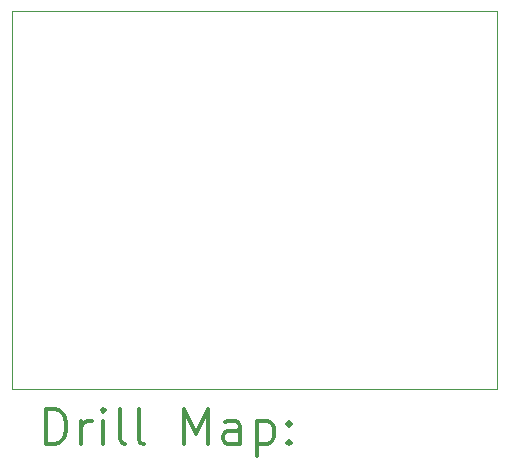
<source format=gbr>
%FSLAX45Y45*%
G04 Gerber Fmt 4.5, Leading zero omitted, Abs format (unit mm)*
G04 Created by KiCad (PCBNEW 5.1.10) date 2021-12-26 14:38:26*
%MOMM*%
%LPD*%
G01*
G04 APERTURE LIST*
%TA.AperFunction,Profile*%
%ADD10C,0.050000*%
%TD*%
%ADD11C,0.200000*%
%ADD12C,0.300000*%
G04 APERTURE END LIST*
D10*
X11800000Y-9300000D02*
X11800000Y-12500000D01*
X15900000Y-9300000D02*
X11800000Y-9300000D01*
X15900000Y-12500000D02*
X15900000Y-9300000D01*
X11800000Y-12500000D02*
X15900000Y-12500000D01*
D11*
D12*
X12083928Y-12968214D02*
X12083928Y-12668214D01*
X12155357Y-12668214D01*
X12198214Y-12682500D01*
X12226786Y-12711071D01*
X12241071Y-12739643D01*
X12255357Y-12796786D01*
X12255357Y-12839643D01*
X12241071Y-12896786D01*
X12226786Y-12925357D01*
X12198214Y-12953929D01*
X12155357Y-12968214D01*
X12083928Y-12968214D01*
X12383928Y-12968214D02*
X12383928Y-12768214D01*
X12383928Y-12825357D02*
X12398214Y-12796786D01*
X12412500Y-12782500D01*
X12441071Y-12768214D01*
X12469643Y-12768214D01*
X12569643Y-12968214D02*
X12569643Y-12768214D01*
X12569643Y-12668214D02*
X12555357Y-12682500D01*
X12569643Y-12696786D01*
X12583928Y-12682500D01*
X12569643Y-12668214D01*
X12569643Y-12696786D01*
X12755357Y-12968214D02*
X12726786Y-12953929D01*
X12712500Y-12925357D01*
X12712500Y-12668214D01*
X12912500Y-12968214D02*
X12883928Y-12953929D01*
X12869643Y-12925357D01*
X12869643Y-12668214D01*
X13255357Y-12968214D02*
X13255357Y-12668214D01*
X13355357Y-12882500D01*
X13455357Y-12668214D01*
X13455357Y-12968214D01*
X13726786Y-12968214D02*
X13726786Y-12811071D01*
X13712500Y-12782500D01*
X13683928Y-12768214D01*
X13626786Y-12768214D01*
X13598214Y-12782500D01*
X13726786Y-12953929D02*
X13698214Y-12968214D01*
X13626786Y-12968214D01*
X13598214Y-12953929D01*
X13583928Y-12925357D01*
X13583928Y-12896786D01*
X13598214Y-12868214D01*
X13626786Y-12853929D01*
X13698214Y-12853929D01*
X13726786Y-12839643D01*
X13869643Y-12768214D02*
X13869643Y-13068214D01*
X13869643Y-12782500D02*
X13898214Y-12768214D01*
X13955357Y-12768214D01*
X13983928Y-12782500D01*
X13998214Y-12796786D01*
X14012500Y-12825357D01*
X14012500Y-12911071D01*
X13998214Y-12939643D01*
X13983928Y-12953929D01*
X13955357Y-12968214D01*
X13898214Y-12968214D01*
X13869643Y-12953929D01*
X14141071Y-12939643D02*
X14155357Y-12953929D01*
X14141071Y-12968214D01*
X14126786Y-12953929D01*
X14141071Y-12939643D01*
X14141071Y-12968214D01*
X14141071Y-12782500D02*
X14155357Y-12796786D01*
X14141071Y-12811071D01*
X14126786Y-12796786D01*
X14141071Y-12782500D01*
X14141071Y-12811071D01*
M02*

</source>
